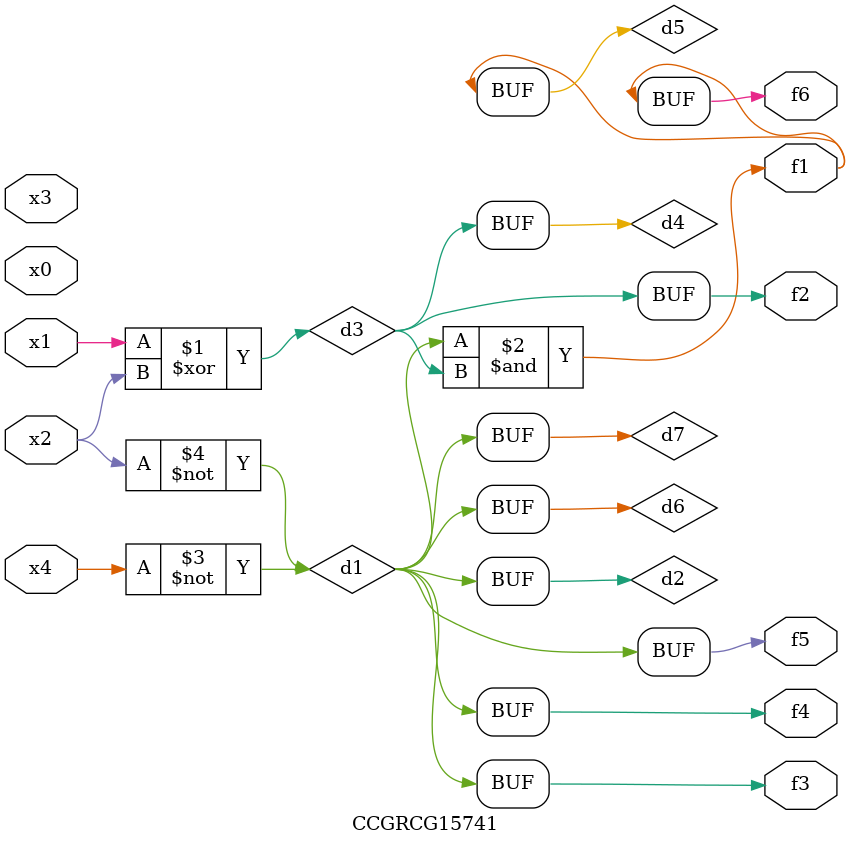
<source format=v>
module CCGRCG15741(
	input x0, x1, x2, x3, x4,
	output f1, f2, f3, f4, f5, f6
);

	wire d1, d2, d3, d4, d5, d6, d7;

	not (d1, x4);
	not (d2, x2);
	xor (d3, x1, x2);
	buf (d4, d3);
	and (d5, d1, d3);
	buf (d6, d1, d2);
	buf (d7, d2);
	assign f1 = d5;
	assign f2 = d4;
	assign f3 = d7;
	assign f4 = d7;
	assign f5 = d7;
	assign f6 = d5;
endmodule

</source>
